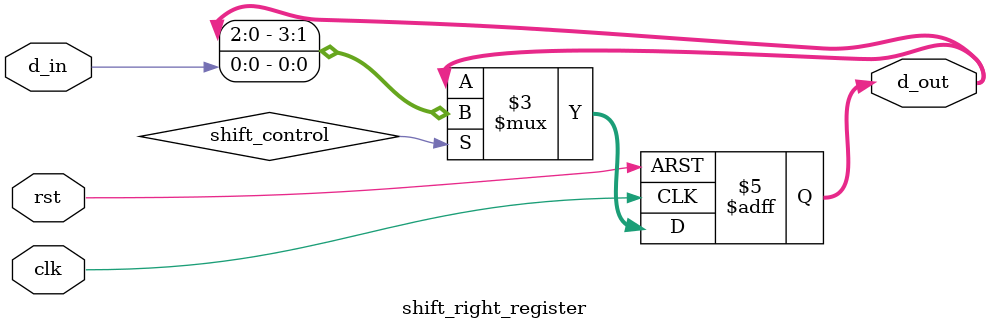
<source format=v>
module lab2_ex6(
    input [17:0] SW,
    output [17:0] LEDR,
    output LEDG,
    input KEY
);

    assign LEDR = SW;
    shift_right_register DUT(
        .clk(KEY),
        .rst(SW[1]),
        .d_in(SW[0]),
        .d_out(LEDG[3:0])
    );

endmodule

module shift_right_register(
    input clk, // clock input
    input rst, // reset input
    input d_in, // data input
    output reg [3:0] d_out // data output
);

    always @(posedge clk or posedge rst) begin
        if (rst) begin
            d_out <= 4'b0000;
        end
        else begin
            if (shift_control) begin
					d_out <= {d_out[2:0], d_in};
				end
            else begin
                d_out <= {d_in, d_out[3:0]};
            end
        end
    end

endmodule



</source>
